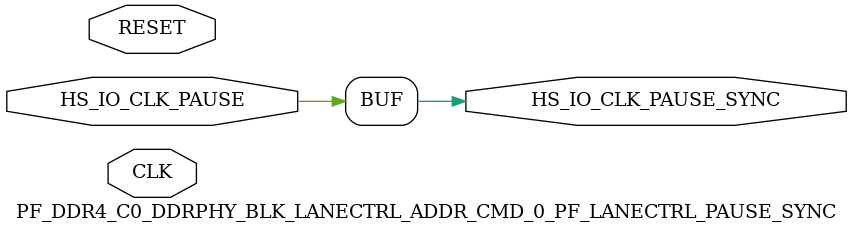
<source format=v>


module PF_DDR4_C0_DDRPHY_BLK_LANECTRL_ADDR_CMD_0_PF_LANECTRL_PAUSE_SYNC( CLK, RESET, HS_IO_CLK_PAUSE, HS_IO_CLK_PAUSE_SYNC );
	
	input CLK, RESET, HS_IO_CLK_PAUSE;
	output HS_IO_CLK_PAUSE_SYNC;

	parameter ENABLE_PAUSE_EXTENSION = 2'b00;

	reg pause_reg_0, pause_reg_1, pause;
	wire pause_sync_0_i;

	generate 
		if( ENABLE_PAUSE_EXTENSION == 3'b000 ) begin : feed
			assign HS_IO_CLK_PAUSE_SYNC = HS_IO_CLK_PAUSE;
		end else if( ENABLE_PAUSE_EXTENSION == 3'b001 ) begin : pipe
			(* HS_IO_CLK_PAUSE_SYNC = 1, syn_keep = 1 *) SLE pause_sync_0(
				.CLK( CLK ),
				.D( HS_IO_CLK_PAUSE ),
				.Q( pause_sync_0_i ),
				.LAT( 1'b0 ),
				.EN( 1'b1 ),
				.ALn( ~RESET ),
				.ADn( 1'b1 ),
				.SLn( 1'b1 ),
				.SD( 1'b0 )
				);

			(* HS_IO_CLK_PAUSE_SYNC = 1, syn_keep = 1 *) SLE pause_sync (
				.CLK( CLK ),
				.D( pause_sync_0_i ),
				.Q( HS_IO_CLK_PAUSE_SYNC ),
				.LAT( 1'b0 ),
				.EN( 1'b1 ),
				.ALn( ~RESET ),
				.ADn( 1'b1 ),
				.SLn( 1'b1 ),
				.SD( 1'b0 )
				);
		end else if ( ENABLE_PAUSE_EXTENSION == 3'b010 ) begin : ext_pipe
			always @(posedge CLK or posedge RESET) begin : ext
				if( RESET == 1'b1 ) begin
					pause_reg_0 <= 1'b0;
					pause_reg_1 <= 1'b0;
					pause <= 1'b0;
				end else begin
					pause_reg_0 <= HS_IO_CLK_PAUSE;
					pause_reg_1 <= pause_reg_0;
					if( HS_IO_CLK_PAUSE == 1'b0 && pause_reg_0 ==1'b1 && pause_reg_1 == 1'b0 )
						pause <= 1'b1; // Extend by 1 cycle if the pulse is less than a cycle
					else
						pause <= HS_IO_CLK_PAUSE;
				end
			end

			(* HS_IO_CLK_PAUSE_SYNC = 1, syn_keep = 1 *) SLE pause_sync (
				.CLK( CLK ),
				.D( pause ),
				.Q( HS_IO_CLK_PAUSE_SYNC ),
				.LAT( 1'b0 ),
				.EN( 1'b1 ),
				.ALn( ~RESET ),
				.ADn( 1'b1 ),
				.SLn( 1'b1 ),
				.SD( 1'b0 )
				);
		end else if ( ENABLE_PAUSE_EXTENSION == 3'b011 ) begin : pipe_fall 
			(* HS_IO_CLK_PAUSE_SYNC = 1, syn_keep = 1 *) SLE pause_sync_0 (
				.CLK( CLK ),
				.D( HS_IO_CLK_PAUSE ),
				.Q( pause_sync_0_i ),
				.LAT( 1'b0 ),
				.EN( 1'b1 ),
				.ALn( ~RESET ),
				.ADn( 1'b1 ),
				.SLn( 1'b1 ),
				.SD( 1'b0 )
				);

			(* HS_IO_CLK_PAUSE_SYNC = 1, syn_keep = 1 *) SLE pause_sync (
				.CLK( ~CLK ),
				.D( pause_sync_0_i ),
				.Q( HS_IO_CLK_PAUSE_SYNC ),
				.LAT( 1'b0 ),
				.EN( 1'b1 ),
				.ALn( ~RESET ),
				.ADn( 1'b1 ),
				.SLn( 1'b1 ),
				.SD( 1'b0 )
				);
		end else if ( ENABLE_PAUSE_EXTENSION == 3'b100 ) begin : ext_pipe_fall 
			always @(posedge CLK or posedge RESET) begin : ext
				if( RESET == 1'b1 ) begin
					pause_reg_0 <= 1'b0;
					pause_reg_1 <= 1'b0;
					pause <= 1'b0;
				end else begin
					pause_reg_0 <= HS_IO_CLK_PAUSE;
					pause_reg_1 <= pause_reg_0;
					if( HS_IO_CLK_PAUSE == 1'b0 && pause_reg_0 ==1'b1 && pause_reg_1 == 1'b0 )
						pause <= 1'b1; // Extend by 1 cycle if the pulse is less than a cycle
					else
						pause <= HS_IO_CLK_PAUSE;
				end
			end

			(* HS_IO_CLK_PAUSE_SYNC = 1, syn_keep = 1 *) SLE pause_sync (
				.CLK( ~CLK ),
				.D( pause ),
				.Q( HS_IO_CLK_PAUSE_SYNC ),
				.LAT( 1'b0 ),
				.EN( 1'b1 ),
				.ALn( ~RESET ),
				.ADn( 1'b1 ),
				.SLn( 1'b1 ),
				.SD( 1'b0 )
				);
		end
	endgenerate

endmodule
</source>
